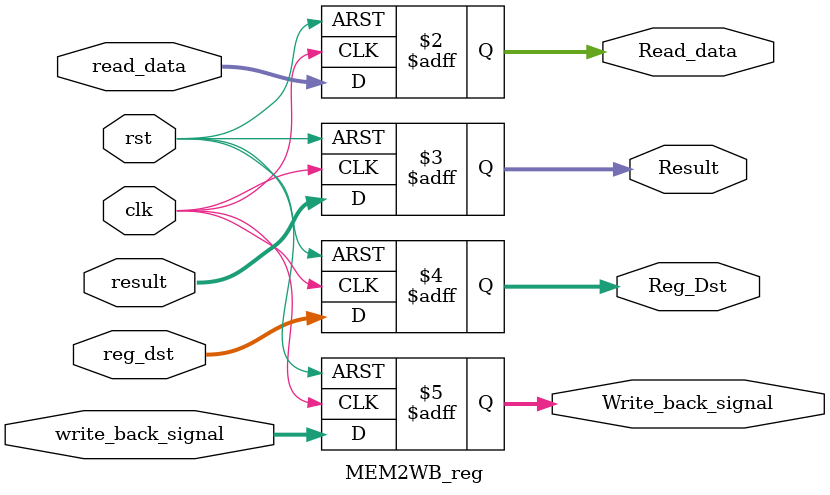
<source format=v>
module MEM2WB_reg(input clk,rst,input [31:0]result,read_data,input [4:0]reg_dst
                ,input [1:0] write_back_signal
                ,output reg [31:0]Read_data,Result
                ,output reg [4:0]Reg_Dst
                ,output reg [1:0] Write_back_signal);

    always@(posedge clk,posedge rst)begin
        if(rst)begin
            Read_data <= 32'b0;
            Result <= 32'b0;
            Reg_Dst <= 5'b0;
            Write_back_signal <= 2'b0;
        end else begin
            Read_data <= read_data;
            Result <= result;
            Reg_Dst <= reg_dst;
            Write_back_signal <= write_back_signal;
        end
    end

endmodule
</source>
